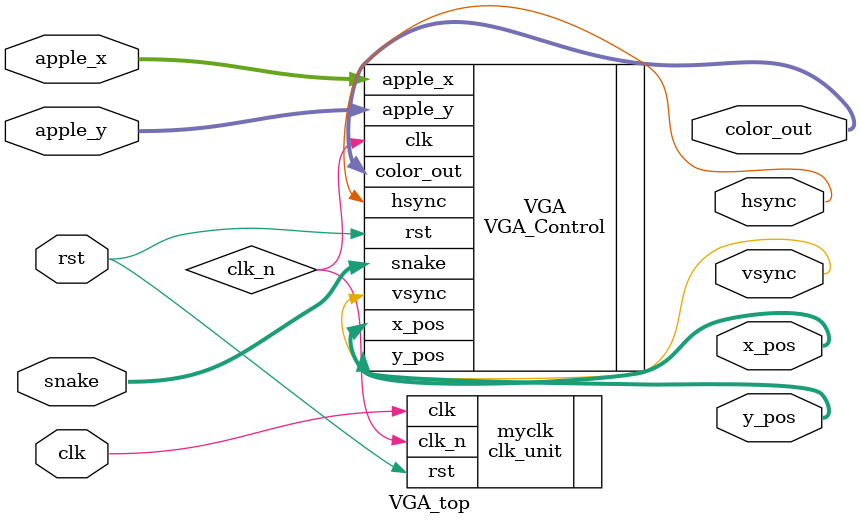
<source format=v>
`timescale 1ns / 1ps


module VGA_top(
	input clk,
    input rst,

    input [1:0]snake,
    input [5:0]apple_x,
    input [4:0]apple_y,
    output [9:0]x_pos,
    output [9:0]y_pos,    
    output hsync,
    output vsync,
    output [11:0] color_out
    );
    
    wire clk_n;
    
    clk_unit myclk(
        .clk(clk),
        .rst(rst),
        .clk_n(clk_n)
    );


    VGA_Control VGA
(
		.clk(clk_n),
		.rst(rst),
		.hsync(hsync),
		.vsync(vsync),
		.snake(snake),
        .color_out(color_out),
		.x_pos(x_pos),
		.y_pos(y_pos),
		.apple_x(apple_x),
		.apple_y(apple_y)
	);
endmodule

</source>
